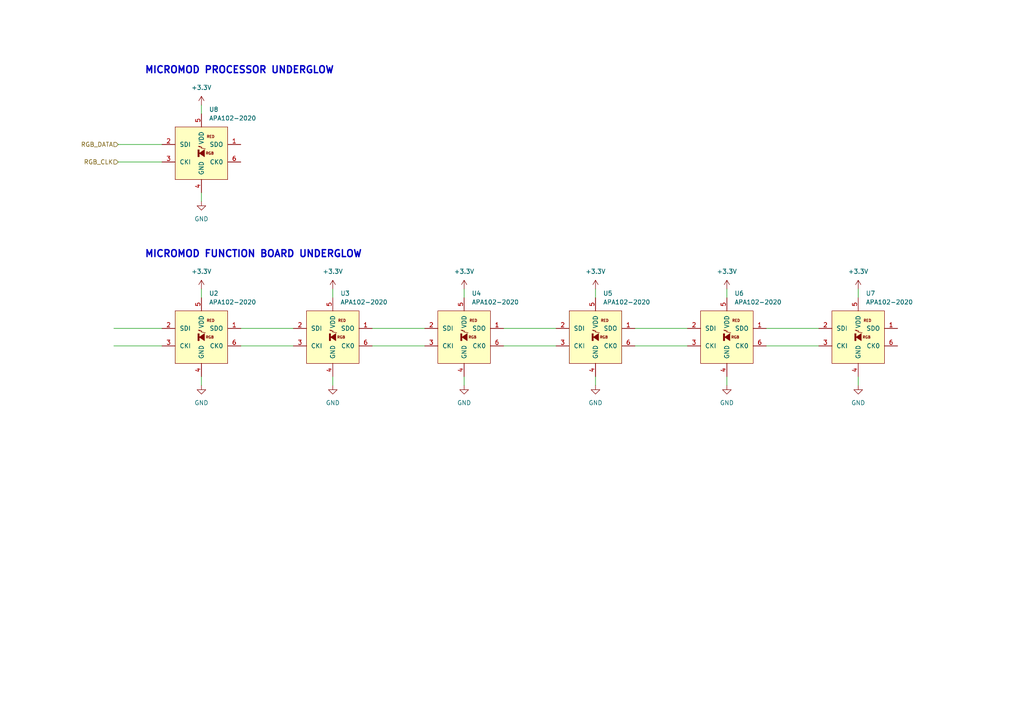
<source format=kicad_sch>
(kicad_sch (version 20230121) (generator eeschema)
  (paper "A4")
  (lib_symbols
    (symbol "appli_device:APA102-2020" (pin_names (offset 1.27))
      (property "Reference" "U" (at -6.35 8.89 0))
      (property "Value" "APA102-2020" (at 8.89 8.89 0))
      (symbol "APA102-2020_0_0"
        (text "RED" (at 2.667 4.826 0) (effects (font (size 0.762 0.762))))
        (text "RGB" (at 2.413 0 0) (effects (font (size 0.762 0.762))))
      )
      (symbol "APA102-2020_0_1"
        (rectangle (start -1.016 1.016) (end -0.635 -1.016) (fill (type outline)))
        (polyline (pts (xy -0.635 0) (xy 0.889 1.016) (xy 0.889 -1.016) (xy -0.635 0)) (fill (type outline)))
        (polyline (pts (xy -0.381 2.032) (xy -0.889 2.032) (xy -0.381 1.778) (xy -0.381 1.778)))
        (polyline (pts (xy 1.143 1.27) (xy -0.127 1.524) (xy 0.127 1.778) (xy -0.889 2.032) (xy -0.889 2.032) (xy -0.889 2.032)))
        (rectangle (start 7.62 7.62) (end -7.62 -7.62) (fill (type background)))
      )
      (symbol "APA102-2020_1_1"
        (pin passive line (at 11.43 2.54 180) (length 3.81) (name "SDO") (number "1"))
        (pin passive line (at -11.43 2.54 0) (length 3.81) (name "SDI") (number "2"))
        (pin passive line (at -11.43 -2.54 0) (length 3.81) (name "CKI") (number "3"))
        (pin passive line (at 0 -11.43 90) (length 3.81) (name "GND") (number "4"))
        (pin passive line (at 0 11.43 270) (length 3.81) (name "VDD") (number "5"))
        (pin passive line (at 11.43 -2.54 180) (length 3.81) (name "CK0") (number "6"))
      )
    )
    (symbol "appli_power:+3.3V" (power) (pin_names (offset 0))
      (property "Value" "+3.3V" (at 0 3.556 0))
      (symbol "+3.3V_0_1"
        (polyline (pts (xy -0.762 1.27) (xy 0 2.54)))
        (polyline (pts (xy 0 0) (xy 0 2.54)))
        (polyline (pts (xy 0 2.54) (xy 0.762 1.27)))
      )
      (symbol "+3.3V_1_1"
        (pin power_in line (at 0 0 90) (length 0) hide (name "+3.3V") (number "1"))
      )
    )
    (symbol "appli_power:GND" (power) (pin_names (offset 0))
      (property "Value" "GND" (at 0 -3.81 0))
      (symbol "GND_0_1"
        (polyline (pts (xy 0 0) (xy 0 -1.27) (xy 1.27 -1.27) (xy 0 -2.54) (xy -1.27 -1.27) (xy 0 -1.27)))
      )
      (symbol "GND_1_1"
        (pin power_in line (at 0 0 270) (length 0) hide (name "GND") (number "1"))
      )
    )
  )
  (wire (pts (xy 107.95 95.25) (xy 123.19 95.25)))
  (wire (pts (xy 248.92 83.82) (xy 248.92 86.36)))
  (wire (pts (xy 58.42 83.82) (xy 58.42 86.36)))
  (wire (pts (xy 96.52 83.82) (xy 96.52 86.36)))
  (wire (pts (xy 210.82 109.22) (xy 210.82 111.76)))
  (wire (pts (xy 58.42 109.22) (xy 58.42 111.76)))
  (wire (pts (xy 184.15 95.25) (xy 199.39 95.25)))
  (wire (pts (xy 210.82 83.82) (xy 210.82 86.36)))
  (wire (pts (xy 96.52 109.22) (xy 96.52 111.76)))
  (wire (pts (xy 172.72 83.82) (xy 172.72 86.36)))
  (wire (pts (xy 69.85 95.25) (xy 85.09 95.25)))
  (wire (pts (xy 248.92 109.22) (xy 248.92 111.76)))
  (wire (pts (xy 34.29 41.91) (xy 46.99 41.91)))
  (wire (pts (xy 134.62 83.82) (xy 134.62 86.36)))
  (wire (pts (xy 222.25 100.33) (xy 237.49 100.33)))
  (wire (pts (xy 172.72 109.22) (xy 172.72 111.76)))
  (wire (pts (xy 58.42 55.88) (xy 58.42 58.42)))
  (wire (pts (xy 184.15 100.33) (xy 199.39 100.33)))
  (wire (pts (xy 69.85 100.33) (xy 85.09 100.33)))
  (wire (pts (xy 146.05 100.33) (xy 161.29 100.33)))
  (wire (pts (xy 107.95 100.33) (xy 123.19 100.33)))
  (wire (pts (xy 134.62 109.22) (xy 134.62 111.76)))
  (wire (pts (xy 34.29 46.99) (xy 46.99 46.99)))
  (wire (pts (xy 146.05 95.25) (xy 161.29 95.25)))
  (wire (pts (xy 33.02 100.33) (xy 46.99 100.33)))
  (wire (pts (xy 33.02 95.25) (xy 46.99 95.25)))
  (wire (pts (xy 58.42 30.48) (xy 58.42 33.02)))
  (wire (pts (xy 222.25 95.25) (xy 237.49 95.25)))
  (text "MICROMOD FUNCTION BOARD UNDERGLOW" (at 41.91 74.93 0) (effects (font (size 2 2) (thickness 0.4) bold) (justify left bottom)))
  (text "MICROMOD PROCESSOR UNDERGLOW" (at 41.91 21.59 0) (effects (font (size 2 2) (thickness 0.4) bold) (justify left bottom)))
  (hierarchical_label "RGB_CLK" (shape input) (at 34.29 46.99 180))
  (hierarchical_label "RGB_DATA" (shape input) (at 34.29 41.91 180))
  (symbol (lib_id "appli_device:APA102-2020") (at 58.42 44.45 0) (unit 1)
    (property "Reference" "U8" (at 60.6141 31.75 0) (effects (justify left)))
    (property "Value" "APA102-2020" (at 60.6141 34.29 0) (effects (justify left)))
    (property "Footprint" "Applidyne_LED:AP102_200X200X90L" (effects hide))
    (property "Datasheet" "http://www.led-color.com/upload/201604/APA102-2020%20SMD%20LED.pdf" (effects hide))
    (property "manf" "DotStar" (effects hide))
    (property "manf#" "APA102–2020" (effects hide))
    (property "Supplier Price" "$5.95" (effects hide))
    (property "Supplier" "Adafruit" (effects hide))
    (property "Supplier URL" "https://www.adafruit.com/product/3341" (effects hide))
    (property "Supplier Part No" "3341" (effects hide))
    (property "Supplier Price Break" "10" (effects hide))
  )
  (symbol (lib_id "appli_device:APA102-2020") (at 172.72 97.79 0) (unit 1)
    (property "Reference" "U5" (at 174.9141 85.09 0) (effects (justify left)))
    (property "Value" "APA102-2020" (at 174.9141 87.63 0) (effects (justify left)))
    (property "Footprint" "Applidyne_LED:AP102_200X200X90L" (effects hide))
    (property "Datasheet" "http://www.led-color.com/upload/201604/APA102-2020%20SMD%20LED.pdf" (effects hide))
    (property "manf" "DotStar" (effects hide))
    (property "manf#" "APA102–2020" (effects hide))
    (property "Supplier Price" "$5.95" (effects hide))
    (property "Supplier" "Adafruit" (effects hide))
    (property "Supplier URL" "https://www.adafruit.com/product/3341" (effects hide))
    (property "Supplier Part No" "3341" (effects hide))
    (property "Supplier Price Break" "10" (effects hide))
  )
  (symbol (lib_id "appli_device:APA102-2020") (at 210.82 97.79 0) (unit 1)
    (property "Reference" "U6" (at 213.0141 85.09 0) (effects (justify left)))
    (property "Value" "APA102-2020" (at 213.0141 87.63 0) (effects (justify left)))
    (property "Footprint" "Applidyne_LED:AP102_200X200X90L" (effects hide))
    (property "Datasheet" "http://www.led-color.com/upload/201604/APA102-2020%20SMD%20LED.pdf" (effects hide))
    (property "manf" "DotStar" (effects hide))
    (property "manf#" "APA102–2020" (effects hide))
    (property "Supplier Price" "$5.95" (effects hide))
    (property "Supplier" "Adafruit" (effects hide))
    (property "Supplier URL" "https://www.adafruit.com/product/3341" (effects hide))
    (property "Supplier Part No" "3341" (effects hide))
    (property "Supplier Price Break" "10" (effects hide))
  )
  (symbol (lib_id "appli_device:APA102-2020") (at 58.42 97.79 0) (unit 1)
    (property "Reference" "U2" (at 60.6141 85.09 0) (effects (justify left)))
    (property "Value" "APA102-2020" (at 60.6141 87.63 0) (effects (justify left)))
    (property "Footprint" "Applidyne_LED:AP102_200X200X90L" (effects hide))
    (property "Datasheet" "http://www.led-color.com/upload/201604/APA102-2020%20SMD%20LED.pdf" (effects hide))
    (property "manf" "DotStar" (effects hide))
    (property "manf#" "APA102–2020" (effects hide))
    (property "Supplier Price" "$5.95" (effects hide))
    (property "Supplier" "Adafruit" (effects hide))
    (property "Supplier URL" "https://www.adafruit.com/product/3341" (effects hide))
    (property "Supplier Part No" "3341" (effects hide))
    (property "Supplier Price Break" "10" (effects hide))
  )
  (symbol (lib_id "appli_power:GND") (at 58.42 58.42 0) (unit 1)
    (property "Reference" "#PWR039" (effects hide))
    (property "Value" "GND" (at 58.42 63.5 0))
  )
  (symbol (lib_id "appli_device:APA102-2020") (at 96.52 97.79 0) (unit 1)
    (property "Reference" "U3" (at 98.7141 85.09 0) (effects (justify left)))
    (property "Value" "APA102-2020" (at 98.7141 87.63 0) (effects (justify left)))
    (property "Footprint" "Applidyne_LED:AP102_200X200X90L" (effects hide))
    (property "Datasheet" "http://www.led-color.com/upload/201604/APA102-2020%20SMD%20LED.pdf" (effects hide))
    (property "manf" "DotStar" (effects hide))
    (property "manf#" "APA102–2020" (effects hide))
    (property "Supplier Price" "$5.95" (effects hide))
    (property "Supplier" "Adafruit" (effects hide))
    (property "Supplier URL" "https://www.adafruit.com/product/3341" (effects hide))
    (property "Supplier Part No" "3341" (effects hide))
    (property "Supplier Price Break" "10" (effects hide))
  )
  (symbol (lib_id "appli_power:GND") (at 96.52 111.76 0) (unit 1)
    (property "Reference" "#PWR026" (effects hide))
    (property "Value" "GND" (at 96.52 116.84 0))
  )
  (symbol (lib_id "appli_power:+3.3V") (at 248.92 83.82 0) (unit 1)
    (property "Reference" "#PWR035" (effects hide))
    (property "Value" "+3.3V" (at 248.92 78.74 0))
  )
  (symbol (lib_id "appli_power:+3.3V") (at 58.42 83.82 0) (unit 1)
    (property "Reference" "#PWR023" (effects hide))
    (property "Value" "+3.3V" (at 58.42 78.74 0))
  )
  (symbol (lib_id "appli_power:GND") (at 134.62 111.76 0) (unit 1)
    (property "Reference" "#PWR028" (effects hide))
    (property "Value" "GND" (at 134.62 116.84 0))
  )
  (symbol (lib_id "appli_device:APA102-2020") (at 248.92 97.79 0) (unit 1)
    (property "Reference" "U7" (at 251.1141 85.09 0) (effects (justify left)))
    (property "Value" "APA102-2020" (at 251.1141 87.63 0) (effects (justify left)))
    (property "Footprint" "Applidyne_LED:AP102_200X200X90L" (effects hide))
    (property "Datasheet" "http://www.led-color.com/upload/201604/APA102-2020%20SMD%20LED.pdf" (effects hide))
    (property "manf" "DotStar" (effects hide))
    (property "manf#" "APA102–2020" (effects hide))
    (property "Supplier Price" "$5.95" (effects hide))
    (property "Supplier" "Adafruit" (effects hide))
    (property "Supplier URL" "https://www.adafruit.com/product/3341" (effects hide))
    (property "Supplier Part No" "3341" (effects hide))
    (property "Supplier Price Break" "10" (effects hide))
  )
  (symbol (lib_id "appli_power:+3.3V") (at 172.72 83.82 0) (unit 1)
    (property "Reference" "#PWR029" (effects hide))
    (property "Value" "+3.3V" (at 172.72 78.74 0))
  )
  (symbol (lib_id "appli_power:GND") (at 172.72 111.76 0) (unit 1)
    (property "Reference" "#PWR030" (effects hide))
    (property "Value" "GND" (at 172.72 116.84 0))
  )
  (symbol (lib_id "appli_power:GND") (at 248.92 111.76 0) (unit 1)
    (property "Reference" "#PWR036" (effects hide))
    (property "Value" "GND" (at 248.92 116.84 0))
  )
  (symbol (lib_id "appli_device:APA102-2020") (at 134.62 97.79 0) (unit 1)
    (property "Reference" "U4" (at 136.8141 85.09 0) (effects (justify left)))
    (property "Value" "APA102-2020" (at 136.8141 87.63 0) (effects (justify left)))
    (property "Footprint" "Applidyne_LED:AP102_200X200X90L" (effects hide))
    (property "Datasheet" "http://www.led-color.com/upload/201604/APA102-2020%20SMD%20LED.pdf" (effects hide))
    (property "manf" "DotStar" (effects hide))
    (property "manf#" "APA102–2020" (effects hide))
    (property "Supplier Price" "$5.95" (effects hide))
    (property "Supplier" "Adafruit" (effects hide))
    (property "Supplier URL" "https://www.adafruit.com/product/3341" (effects hide))
    (property "Supplier Part No" "3341" (effects hide))
    (property "Supplier Price Break" "10" (effects hide))
  )
  (symbol (lib_id "appli_power:GND") (at 58.42 111.76 0) (unit 1)
    (property "Reference" "#PWR024" (effects hide))
    (property "Value" "GND" (at 58.42 116.84 0))
  )
  (symbol (lib_id "appli_power:+3.3V") (at 96.52 83.82 0) (unit 1)
    (property "Reference" "#PWR025" (effects hide))
    (property "Value" "+3.3V" (at 96.52 78.74 0))
  )
  (symbol (lib_id "appli_power:+3.3V") (at 210.82 83.82 0) (unit 1)
    (property "Reference" "#PWR033" (effects hide))
    (property "Value" "+3.3V" (at 210.82 78.74 0))
  )
  (symbol (lib_id "appli_power:+3.3V") (at 58.42 30.48 0) (unit 1)
    (property "Reference" "#PWR038" (effects hide))
    (property "Value" "+3.3V" (at 58.42 25.4 0))
  )
  (symbol (lib_id "appli_power:GND") (at 210.82 111.76 0) (unit 1)
    (property "Reference" "#PWR034" (effects hide))
    (property "Value" "GND" (at 210.82 116.84 0))
  )
  (symbol (lib_id "appli_power:+3.3V") (at 134.62 83.82 0) (unit 1)
    (property "Reference" "#PWR027" (effects hide))
    (property "Value" "+3.3V" (at 134.62 78.74 0))
  )
)
</source>
